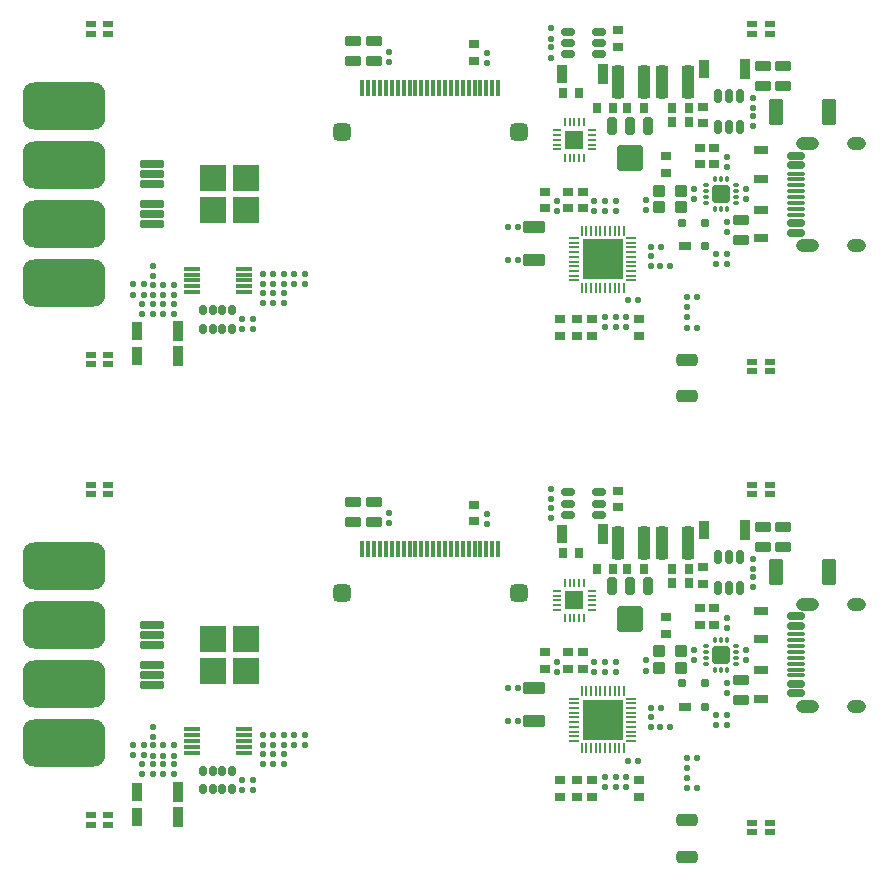
<source format=gtp>
G04*
G04 #@! TF.GenerationSoftware,Altium Limited,Altium Designer,21.3.2 (30)*
G04*
G04 Layer_Color=8421504*
%FSLAX43Y43*%
%MOMM*%
G71*
G04*
G04 #@! TF.SameCoordinates,034B25BC-4B64-4F1D-819B-79BBDF65C54F*
G04*
G04*
G04 #@! TF.FilePolarity,Positive*
G04*
G01*
G75*
G04:AMPARAMS|DCode=10|XSize=0.9mm|YSize=0.75mm|CornerRadius=0.094mm|HoleSize=0mm|Usage=FLASHONLY|Rotation=0.000|XOffset=0mm|YOffset=0mm|HoleType=Round|Shape=RoundedRectangle|*
%AMROUNDEDRECTD10*
21,1,0.900,0.563,0,0,0.0*
21,1,0.713,0.750,0,0,0.0*
1,1,0.188,0.356,-0.281*
1,1,0.188,-0.356,-0.281*
1,1,0.188,-0.356,0.281*
1,1,0.188,0.356,0.281*
%
%ADD10ROUNDEDRECTD10*%
G04:AMPARAMS|DCode=11|XSize=0.8mm|YSize=1.5mm|CornerRadius=0.2mm|HoleSize=0mm|Usage=FLASHONLY|Rotation=0.000|XOffset=0mm|YOffset=0mm|HoleType=Round|Shape=RoundedRectangle|*
%AMROUNDEDRECTD11*
21,1,0.800,1.100,0,0,0.0*
21,1,0.400,1.500,0,0,0.0*
1,1,0.400,0.200,-0.550*
1,1,0.400,-0.200,-0.550*
1,1,0.400,-0.200,0.550*
1,1,0.400,0.200,0.550*
%
%ADD11ROUNDEDRECTD11*%
G04:AMPARAMS|DCode=12|XSize=2.2mm|YSize=2.2mm|CornerRadius=0.275mm|HoleSize=0mm|Usage=FLASHONLY|Rotation=90.000|XOffset=0mm|YOffset=0mm|HoleType=Round|Shape=RoundedRectangle|*
%AMROUNDEDRECTD12*
21,1,2.200,1.650,0,0,90.0*
21,1,1.650,2.200,0,0,90.0*
1,1,0.550,0.825,0.825*
1,1,0.550,0.825,-0.825*
1,1,0.550,-0.825,-0.825*
1,1,0.550,-0.825,0.825*
%
%ADD12ROUNDEDRECTD12*%
G04:AMPARAMS|DCode=13|XSize=0.47mm|YSize=0.52mm|CornerRadius=0.059mm|HoleSize=0mm|Usage=FLASHONLY|Rotation=270.000|XOffset=0mm|YOffset=0mm|HoleType=Round|Shape=RoundedRectangle|*
%AMROUNDEDRECTD13*
21,1,0.470,0.403,0,0,270.0*
21,1,0.353,0.520,0,0,270.0*
1,1,0.118,-0.201,-0.176*
1,1,0.118,-0.201,0.176*
1,1,0.118,0.201,0.176*
1,1,0.118,0.201,-0.176*
%
%ADD13ROUNDEDRECTD13*%
%ADD14O,0.850X0.220*%
%ADD15O,0.220X0.850*%
%ADD16R,3.500X3.500*%
G04:AMPARAMS|DCode=17|XSize=0.7mm|YSize=0.6mm|CornerRadius=0.075mm|HoleSize=0mm|Usage=FLASHONLY|Rotation=90.000|XOffset=0mm|YOffset=0mm|HoleType=Round|Shape=RoundedRectangle|*
%AMROUNDEDRECTD17*
21,1,0.700,0.450,0,0,90.0*
21,1,0.550,0.600,0,0,90.0*
1,1,0.150,0.225,0.275*
1,1,0.150,0.225,-0.275*
1,1,0.150,-0.225,-0.275*
1,1,0.150,-0.225,0.275*
%
%ADD17ROUNDEDRECTD17*%
G04:AMPARAMS|DCode=18|XSize=1mm|YSize=0.7mm|CornerRadius=0.088mm|HoleSize=0mm|Usage=FLASHONLY|Rotation=0.000|XOffset=0mm|YOffset=0mm|HoleType=Round|Shape=RoundedRectangle|*
%AMROUNDEDRECTD18*
21,1,1.000,0.525,0,0,0.0*
21,1,0.825,0.700,0,0,0.0*
1,1,0.175,0.413,-0.263*
1,1,0.175,-0.413,-0.263*
1,1,0.175,-0.413,0.263*
1,1,0.175,0.413,0.263*
%
%ADD18ROUNDEDRECTD18*%
G04:AMPARAMS|DCode=19|XSize=0.35mm|YSize=1.4mm|CornerRadius=0.088mm|HoleSize=0mm|Usage=FLASHONLY|Rotation=180.000|XOffset=0mm|YOffset=0mm|HoleType=Round|Shape=RoundedRectangle|*
%AMROUNDEDRECTD19*
21,1,0.350,1.225,0,0,180.0*
21,1,0.175,1.400,0,0,180.0*
1,1,0.175,-0.088,0.613*
1,1,0.175,0.088,0.613*
1,1,0.175,0.088,-0.613*
1,1,0.175,-0.088,-0.613*
%
%ADD19ROUNDEDRECTD19*%
G04:AMPARAMS|DCode=20|XSize=1.5mm|YSize=1.5mm|CornerRadius=0.375mm|HoleSize=0mm|Usage=FLASHONLY|Rotation=90.000|XOffset=0mm|YOffset=0mm|HoleType=Round|Shape=RoundedRectangle|*
%AMROUNDEDRECTD20*
21,1,1.500,0.750,0,0,90.0*
21,1,0.750,1.500,0,0,90.0*
1,1,0.750,0.375,0.375*
1,1,0.750,0.375,-0.375*
1,1,0.750,-0.375,-0.375*
1,1,0.750,-0.375,0.375*
%
%ADD20ROUNDEDRECTD20*%
G04:AMPARAMS|DCode=21|XSize=1.2mm|YSize=2.2mm|CornerRadius=0.15mm|HoleSize=0mm|Usage=FLASHONLY|Rotation=180.000|XOffset=0mm|YOffset=0mm|HoleType=Round|Shape=RoundedRectangle|*
%AMROUNDEDRECTD21*
21,1,1.200,1.900,0,0,180.0*
21,1,0.900,2.200,0,0,180.0*
1,1,0.300,-0.450,0.950*
1,1,0.300,0.450,0.950*
1,1,0.300,0.450,-0.950*
1,1,0.300,-0.450,-0.950*
%
%ADD21ROUNDEDRECTD21*%
G04:AMPARAMS|DCode=22|XSize=0.35mm|YSize=1.4mm|CornerRadius=0.088mm|HoleSize=0mm|Usage=FLASHONLY|Rotation=90.000|XOffset=0mm|YOffset=0mm|HoleType=Round|Shape=RoundedRectangle|*
%AMROUNDEDRECTD22*
21,1,0.350,1.225,0,0,90.0*
21,1,0.175,1.400,0,0,90.0*
1,1,0.175,0.613,0.088*
1,1,0.175,0.613,-0.088*
1,1,0.175,-0.613,-0.088*
1,1,0.175,-0.613,0.088*
%
%ADD22ROUNDEDRECTD22*%
G04:AMPARAMS|DCode=23|XSize=0.6mm|YSize=0.8mm|CornerRadius=0.15mm|HoleSize=0mm|Usage=FLASHONLY|Rotation=0.000|XOffset=0mm|YOffset=0mm|HoleType=Round|Shape=RoundedRectangle|*
%AMROUNDEDRECTD23*
21,1,0.600,0.500,0,0,0.0*
21,1,0.300,0.800,0,0,0.0*
1,1,0.300,0.150,-0.250*
1,1,0.300,-0.150,-0.250*
1,1,0.300,-0.150,0.250*
1,1,0.300,0.150,0.250*
%
%ADD23ROUNDEDRECTD23*%
G04:AMPARAMS|DCode=24|XSize=0.47mm|YSize=0.52mm|CornerRadius=0.059mm|HoleSize=0mm|Usage=FLASHONLY|Rotation=180.000|XOffset=0mm|YOffset=0mm|HoleType=Round|Shape=RoundedRectangle|*
%AMROUNDEDRECTD24*
21,1,0.470,0.403,0,0,180.0*
21,1,0.353,0.520,0,0,180.0*
1,1,0.118,-0.176,0.201*
1,1,0.118,0.176,0.201*
1,1,0.118,0.176,-0.201*
1,1,0.118,-0.176,-0.201*
%
%ADD24ROUNDEDRECTD24*%
G04:AMPARAMS|DCode=25|XSize=0.91mm|YSize=1.6mm|CornerRadius=0.114mm|HoleSize=0mm|Usage=FLASHONLY|Rotation=180.000|XOffset=0mm|YOffset=0mm|HoleType=Round|Shape=RoundedRectangle|*
%AMROUNDEDRECTD25*
21,1,0.910,1.373,0,0,180.0*
21,1,0.683,1.600,0,0,180.0*
1,1,0.228,-0.341,0.686*
1,1,0.228,0.341,0.686*
1,1,0.228,0.341,-0.686*
1,1,0.228,-0.341,-0.686*
%
%ADD25ROUNDEDRECTD25*%
G04:AMPARAMS|DCode=26|XSize=0.9mm|YSize=1.7mm|CornerRadius=0.113mm|HoleSize=0mm|Usage=FLASHONLY|Rotation=180.000|XOffset=0mm|YOffset=0mm|HoleType=Round|Shape=RoundedRectangle|*
%AMROUNDEDRECTD26*
21,1,0.900,1.475,0,0,180.0*
21,1,0.675,1.700,0,0,180.0*
1,1,0.225,-0.338,0.738*
1,1,0.225,0.338,0.738*
1,1,0.225,0.338,-0.738*
1,1,0.225,-0.338,-0.738*
%
%ADD26ROUNDEDRECTD26*%
G04:AMPARAMS|DCode=27|XSize=1.1mm|YSize=1.8mm|CornerRadius=0.138mm|HoleSize=0mm|Usage=FLASHONLY|Rotation=90.000|XOffset=0mm|YOffset=0mm|HoleType=Round|Shape=RoundedRectangle|*
%AMROUNDEDRECTD27*
21,1,1.100,1.525,0,0,90.0*
21,1,0.825,1.800,0,0,90.0*
1,1,0.275,0.763,0.413*
1,1,0.275,0.763,-0.413*
1,1,0.275,-0.763,-0.413*
1,1,0.275,-0.763,0.413*
%
%ADD27ROUNDEDRECTD27*%
G04:AMPARAMS|DCode=28|XSize=1mm|YSize=1mm|CornerRadius=0.125mm|HoleSize=0mm|Usage=FLASHONLY|Rotation=0.000|XOffset=0mm|YOffset=0mm|HoleType=Round|Shape=RoundedRectangle|*
%AMROUNDEDRECTD28*
21,1,1.000,0.750,0,0,0.0*
21,1,0.750,1.000,0,0,0.0*
1,1,0.250,0.375,-0.375*
1,1,0.250,-0.375,-0.375*
1,1,0.250,-0.375,0.375*
1,1,0.250,0.375,0.375*
%
%ADD28ROUNDEDRECTD28*%
G04:AMPARAMS|DCode=29|XSize=1.8mm|YSize=1mm|CornerRadius=0.25mm|HoleSize=0mm|Usage=FLASHONLY|Rotation=180.000|XOffset=0mm|YOffset=0mm|HoleType=Round|Shape=RoundedRectangle|*
%AMROUNDEDRECTD29*
21,1,1.800,0.500,0,0,180.0*
21,1,1.300,1.000,0,0,180.0*
1,1,0.500,-0.650,0.250*
1,1,0.500,0.650,0.250*
1,1,0.500,0.650,-0.250*
1,1,0.500,-0.650,-0.250*
%
%ADD29ROUNDEDRECTD29*%
G04:AMPARAMS|DCode=30|XSize=0.9mm|YSize=0.75mm|CornerRadius=0.094mm|HoleSize=0mm|Usage=FLASHONLY|Rotation=90.000|XOffset=0mm|YOffset=0mm|HoleType=Round|Shape=RoundedRectangle|*
%AMROUNDEDRECTD30*
21,1,0.900,0.563,0,0,90.0*
21,1,0.713,0.750,0,0,90.0*
1,1,0.188,0.281,0.356*
1,1,0.188,0.281,-0.356*
1,1,0.188,-0.281,-0.356*
1,1,0.188,-0.281,0.356*
%
%ADD30ROUNDEDRECTD30*%
G04:AMPARAMS|DCode=31|XSize=2.8mm|YSize=1.1mm|CornerRadius=0.275mm|HoleSize=0mm|Usage=FLASHONLY|Rotation=90.000|XOffset=0mm|YOffset=0mm|HoleType=Round|Shape=RoundedRectangle|*
%AMROUNDEDRECTD31*
21,1,2.800,0.550,0,0,90.0*
21,1,2.250,1.100,0,0,90.0*
1,1,0.550,0.275,1.125*
1,1,0.550,0.275,-1.125*
1,1,0.550,-0.275,-1.125*
1,1,0.550,-0.275,1.125*
%
%ADD31ROUNDEDRECTD31*%
G04:AMPARAMS|DCode=32|XSize=1.45mm|YSize=0.6mm|CornerRadius=0.15mm|HoleSize=0mm|Usage=FLASHONLY|Rotation=180.000|XOffset=0mm|YOffset=0mm|HoleType=Round|Shape=RoundedRectangle|*
%AMROUNDEDRECTD32*
21,1,1.450,0.300,0,0,180.0*
21,1,1.150,0.600,0,0,180.0*
1,1,0.300,-0.575,0.150*
1,1,0.300,0.575,0.150*
1,1,0.300,0.575,-0.150*
1,1,0.300,-0.575,-0.150*
%
%ADD32ROUNDEDRECTD32*%
G04:AMPARAMS|DCode=33|XSize=0.35mm|YSize=1.45mm|CornerRadius=0.088mm|HoleSize=0mm|Usage=FLASHONLY|Rotation=90.000|XOffset=0mm|YOffset=0mm|HoleType=Round|Shape=RoundedRectangle|*
%AMROUNDEDRECTD33*
21,1,0.350,1.275,0,0,90.0*
21,1,0.175,1.450,0,0,90.0*
1,1,0.175,0.638,0.088*
1,1,0.175,0.638,-0.088*
1,1,0.175,-0.638,-0.088*
1,1,0.175,-0.638,0.088*
%
%ADD33ROUNDEDRECTD33*%
G04:AMPARAMS|DCode=34|XSize=0.7mm|YSize=1.2mm|CornerRadius=0.088mm|HoleSize=0mm|Usage=FLASHONLY|Rotation=270.000|XOffset=0mm|YOffset=0mm|HoleType=Round|Shape=RoundedRectangle|*
%AMROUNDEDRECTD34*
21,1,0.700,1.025,0,0,270.0*
21,1,0.525,1.200,0,0,270.0*
1,1,0.175,-0.513,-0.263*
1,1,0.175,-0.513,0.263*
1,1,0.175,0.513,0.263*
1,1,0.175,0.513,-0.263*
%
%ADD34ROUNDEDRECTD34*%
G04:AMPARAMS|DCode=35|XSize=1.45mm|YSize=1.45mm|CornerRadius=0.109mm|HoleSize=0mm|Usage=FLASHONLY|Rotation=180.000|XOffset=0mm|YOffset=0mm|HoleType=Round|Shape=RoundedRectangle|*
%AMROUNDEDRECTD35*
21,1,1.450,1.233,0,0,180.0*
21,1,1.233,1.450,0,0,180.0*
1,1,0.217,-0.616,0.616*
1,1,0.217,0.616,0.616*
1,1,0.217,0.616,-0.616*
1,1,0.217,-0.616,-0.616*
%
%ADD35ROUNDEDRECTD35*%
G04:AMPARAMS|DCode=36|XSize=0.3mm|YSize=0.5mm|CornerRadius=0.075mm|HoleSize=0mm|Usage=FLASHONLY|Rotation=180.000|XOffset=0mm|YOffset=0mm|HoleType=Round|Shape=RoundedRectangle|*
%AMROUNDEDRECTD36*
21,1,0.300,0.350,0,0,180.0*
21,1,0.150,0.500,0,0,180.0*
1,1,0.150,-0.075,0.175*
1,1,0.150,0.075,0.175*
1,1,0.150,0.075,-0.175*
1,1,0.150,-0.075,-0.175*
%
%ADD36ROUNDEDRECTD36*%
G04:AMPARAMS|DCode=37|XSize=0.3mm|YSize=0.5mm|CornerRadius=0.075mm|HoleSize=0mm|Usage=FLASHONLY|Rotation=270.000|XOffset=0mm|YOffset=0mm|HoleType=Round|Shape=RoundedRectangle|*
%AMROUNDEDRECTD37*
21,1,0.300,0.350,0,0,270.0*
21,1,0.150,0.500,0,0,270.0*
1,1,0.150,-0.175,-0.075*
1,1,0.150,-0.175,0.075*
1,1,0.150,0.175,0.075*
1,1,0.150,0.175,-0.075*
%
%ADD37ROUNDEDRECTD37*%
G04:AMPARAMS|DCode=38|XSize=0.65mm|YSize=2mm|CornerRadius=0.13mm|HoleSize=0mm|Usage=FLASHONLY|Rotation=270.000|XOffset=0mm|YOffset=0mm|HoleType=Round|Shape=RoundedRectangle|*
%AMROUNDEDRECTD38*
21,1,0.650,1.740,0,0,270.0*
21,1,0.390,2.000,0,0,270.0*
1,1,0.260,-0.870,-0.195*
1,1,0.260,-0.870,0.195*
1,1,0.260,0.870,0.195*
1,1,0.260,0.870,-0.195*
%
%ADD38ROUNDEDRECTD38*%
G04:AMPARAMS|DCode=40|XSize=4mm|YSize=7mm|CornerRadius=1mm|HoleSize=0mm|Usage=FLASHONLY|Rotation=270.000|XOffset=0mm|YOffset=0mm|HoleType=Round|Shape=RoundedRectangle|*
%AMROUNDEDRECTD40*
21,1,4.000,5.000,0,0,270.0*
21,1,2.000,7.000,0,0,270.0*
1,1,2.000,-2.500,-1.000*
1,1,2.000,-2.500,1.000*
1,1,2.000,2.500,1.000*
1,1,2.000,2.500,-1.000*
%
%ADD40ROUNDEDRECTD40*%
G04:AMPARAMS|DCode=41|XSize=1.3mm|YSize=0.8mm|CornerRadius=0.1mm|HoleSize=0mm|Usage=FLASHONLY|Rotation=180.000|XOffset=0mm|YOffset=0mm|HoleType=Round|Shape=RoundedRectangle|*
%AMROUNDEDRECTD41*
21,1,1.300,0.600,0,0,180.0*
21,1,1.100,0.800,0,0,180.0*
1,1,0.200,-0.550,0.300*
1,1,0.200,0.550,0.300*
1,1,0.200,0.550,-0.300*
1,1,0.200,-0.550,-0.300*
%
%ADD41ROUNDEDRECTD41*%
G04:AMPARAMS|DCode=42|XSize=0.6mm|YSize=1.2mm|CornerRadius=0.15mm|HoleSize=0mm|Usage=FLASHONLY|Rotation=180.000|XOffset=0mm|YOffset=0mm|HoleType=Round|Shape=RoundedRectangle|*
%AMROUNDEDRECTD42*
21,1,0.600,0.900,0,0,180.0*
21,1,0.300,1.200,0,0,180.0*
1,1,0.300,-0.150,0.450*
1,1,0.300,0.150,0.450*
1,1,0.300,0.150,-0.450*
1,1,0.300,-0.150,-0.450*
%
%ADD42ROUNDEDRECTD42*%
G04:AMPARAMS|DCode=43|XSize=0.6mm|YSize=1.2mm|CornerRadius=0.15mm|HoleSize=0mm|Usage=FLASHONLY|Rotation=90.000|XOffset=0mm|YOffset=0mm|HoleType=Round|Shape=RoundedRectangle|*
%AMROUNDEDRECTD43*
21,1,0.600,0.900,0,0,90.0*
21,1,0.300,1.200,0,0,90.0*
1,1,0.300,0.450,0.150*
1,1,0.300,0.450,-0.150*
1,1,0.300,-0.450,-0.150*
1,1,0.300,-0.450,0.150*
%
%ADD43ROUNDEDRECTD43*%
%ADD44R,0.850X0.500*%
%ADD45R,1.650X1.650*%
%ADD46O,0.250X0.700*%
%ADD47O,0.700X0.250*%
%ADD94C,1.100*%
%ADD95R,2.250X2.250*%
%ADD96R,2.250X2.250*%
%ADD97R,2.250X2.250*%
D10*
X62500Y24800D02*
D03*
Y26200D02*
D03*
X58400Y36900D02*
D03*
Y35500D02*
D03*
X55400Y23200D02*
D03*
Y21800D02*
D03*
X54200Y23200D02*
D03*
Y21800D02*
D03*
X53500Y11000D02*
D03*
Y12400D02*
D03*
X54900Y11000D02*
D03*
Y12400D02*
D03*
X56200Y11000D02*
D03*
Y12400D02*
D03*
X60200Y11000D02*
D03*
Y12400D02*
D03*
X52200Y23200D02*
D03*
Y21800D02*
D03*
X65300Y26950D02*
D03*
Y25550D02*
D03*
X66550Y26950D02*
D03*
Y25550D02*
D03*
X65600Y30400D02*
D03*
Y29000D02*
D03*
X46200Y34300D02*
D03*
Y35700D02*
D03*
X62500Y63800D02*
D03*
Y65200D02*
D03*
X58400Y75900D02*
D03*
Y74500D02*
D03*
X55400Y62200D02*
D03*
Y60800D02*
D03*
X54200Y62200D02*
D03*
Y60800D02*
D03*
X53500Y50000D02*
D03*
Y51400D02*
D03*
X54900Y50000D02*
D03*
Y51400D02*
D03*
X56200Y50000D02*
D03*
Y51400D02*
D03*
X60200Y50000D02*
D03*
Y51400D02*
D03*
X52200Y62200D02*
D03*
Y60800D02*
D03*
X65300Y65950D02*
D03*
Y64550D02*
D03*
X66550Y65950D02*
D03*
Y64550D02*
D03*
X65600Y69400D02*
D03*
Y68000D02*
D03*
X46200Y73300D02*
D03*
Y74700D02*
D03*
D11*
X60900Y28800D02*
D03*
X57900D02*
D03*
X59400D02*
D03*
X60900Y67800D02*
D03*
X57900D02*
D03*
X59400D02*
D03*
D12*
Y26050D02*
D03*
Y65050D02*
D03*
D13*
X66700Y17070D02*
D03*
Y17930D02*
D03*
X67600Y17070D02*
D03*
Y17930D02*
D03*
X59100Y11770D02*
D03*
Y12630D02*
D03*
X20800Y14470D02*
D03*
Y15330D02*
D03*
X19900Y14470D02*
D03*
Y15330D02*
D03*
X19900Y12870D02*
D03*
Y13730D02*
D03*
X20800Y12870D02*
D03*
Y13730D02*
D03*
X26600Y11570D02*
D03*
Y12430D02*
D03*
X18100Y13730D02*
D03*
Y12870D02*
D03*
X19000D02*
D03*
Y13730D02*
D03*
X19000Y14470D02*
D03*
Y15330D02*
D03*
X19000Y16070D02*
D03*
Y16930D02*
D03*
X30100Y15370D02*
D03*
Y16230D02*
D03*
X31000Y15370D02*
D03*
Y16230D02*
D03*
X30100Y14630D02*
D03*
Y13770D02*
D03*
X31900Y16230D02*
D03*
Y15370D02*
D03*
X28300Y14630D02*
D03*
Y13770D02*
D03*
X29200Y14630D02*
D03*
Y13770D02*
D03*
X28300Y16230D02*
D03*
Y15370D02*
D03*
X27500Y11570D02*
D03*
Y12430D02*
D03*
X29200Y16230D02*
D03*
Y15370D02*
D03*
X57300Y11770D02*
D03*
Y12630D02*
D03*
X53200Y22430D02*
D03*
Y21570D02*
D03*
X61200Y17760D02*
D03*
Y16900D02*
D03*
X60800Y21670D02*
D03*
Y22530D02*
D03*
X58200Y22430D02*
D03*
Y21570D02*
D03*
X57300Y22430D02*
D03*
Y21570D02*
D03*
X56400D02*
D03*
Y22430D02*
D03*
X64800Y23430D02*
D03*
Y22570D02*
D03*
X64250Y13430D02*
D03*
Y12570D02*
D03*
X52700Y36170D02*
D03*
Y37030D02*
D03*
Y35430D02*
D03*
Y34570D02*
D03*
X67600Y19770D02*
D03*
Y20630D02*
D03*
Y26130D02*
D03*
Y25270D02*
D03*
X69200Y23430D02*
D03*
Y22570D02*
D03*
X58200Y11770D02*
D03*
Y12630D02*
D03*
X69800Y30270D02*
D03*
Y31130D02*
D03*
Y28770D02*
D03*
Y29630D02*
D03*
X47300Y34070D02*
D03*
Y34930D02*
D03*
X39000Y35030D02*
D03*
Y34170D02*
D03*
X66700Y56070D02*
D03*
Y56930D02*
D03*
X67600Y56070D02*
D03*
Y56930D02*
D03*
X59100Y50770D02*
D03*
Y51630D02*
D03*
X20800Y53470D02*
D03*
Y54330D02*
D03*
X19900Y53470D02*
D03*
Y54330D02*
D03*
X19900Y51870D02*
D03*
Y52730D02*
D03*
X20800Y51870D02*
D03*
Y52730D02*
D03*
X26600Y50570D02*
D03*
Y51430D02*
D03*
X18100Y52730D02*
D03*
Y51870D02*
D03*
X19000D02*
D03*
Y52730D02*
D03*
X19000Y53470D02*
D03*
Y54330D02*
D03*
X19000Y55070D02*
D03*
Y55930D02*
D03*
X30100Y54370D02*
D03*
Y55230D02*
D03*
X31000Y54370D02*
D03*
Y55230D02*
D03*
X30100Y53630D02*
D03*
Y52770D02*
D03*
X31900Y55230D02*
D03*
Y54370D02*
D03*
X28300Y53630D02*
D03*
Y52770D02*
D03*
X29200Y53630D02*
D03*
Y52770D02*
D03*
X28300Y55230D02*
D03*
Y54370D02*
D03*
X27500Y50570D02*
D03*
Y51430D02*
D03*
X29200Y55230D02*
D03*
Y54370D02*
D03*
X57300Y50770D02*
D03*
Y51630D02*
D03*
X53200Y61430D02*
D03*
Y60570D02*
D03*
X61200Y56760D02*
D03*
Y55900D02*
D03*
X60800Y60670D02*
D03*
Y61530D02*
D03*
X58200Y61430D02*
D03*
Y60570D02*
D03*
X57300Y61430D02*
D03*
Y60570D02*
D03*
X56400D02*
D03*
Y61430D02*
D03*
X64800Y62430D02*
D03*
Y61570D02*
D03*
X64250Y52430D02*
D03*
Y51570D02*
D03*
X52700Y75170D02*
D03*
Y76030D02*
D03*
Y74430D02*
D03*
Y73570D02*
D03*
X67600Y58770D02*
D03*
Y59630D02*
D03*
Y65130D02*
D03*
Y64270D02*
D03*
X69200Y62430D02*
D03*
Y61570D02*
D03*
X58200Y50770D02*
D03*
Y51630D02*
D03*
X69800Y69270D02*
D03*
Y70130D02*
D03*
Y67770D02*
D03*
Y68630D02*
D03*
X47300Y73070D02*
D03*
Y73930D02*
D03*
X39000Y74030D02*
D03*
Y73170D02*
D03*
D14*
X54711Y19300D02*
D03*
Y18900D02*
D03*
Y18500D02*
D03*
Y17300D02*
D03*
Y16500D02*
D03*
Y16100D02*
D03*
Y15700D02*
D03*
X59511D02*
D03*
Y16900D02*
D03*
Y17300D02*
D03*
Y17700D02*
D03*
Y18100D02*
D03*
Y18500D02*
D03*
Y18900D02*
D03*
Y19300D02*
D03*
Y16500D02*
D03*
Y16100D02*
D03*
X54711Y16900D02*
D03*
Y17700D02*
D03*
Y18100D02*
D03*
Y58300D02*
D03*
Y57900D02*
D03*
Y57500D02*
D03*
Y56300D02*
D03*
Y55500D02*
D03*
Y55100D02*
D03*
Y54700D02*
D03*
X59511D02*
D03*
Y55900D02*
D03*
Y56300D02*
D03*
Y56700D02*
D03*
Y57100D02*
D03*
Y57500D02*
D03*
Y57900D02*
D03*
Y58300D02*
D03*
Y55500D02*
D03*
Y55100D02*
D03*
X54711Y55900D02*
D03*
Y56700D02*
D03*
Y57100D02*
D03*
D15*
X55311Y15100D02*
D03*
X55711D02*
D03*
X56111D02*
D03*
X57311D02*
D03*
X58111D02*
D03*
X58511D02*
D03*
X58911D02*
D03*
X57311Y19900D02*
D03*
X56911D02*
D03*
X56511D02*
D03*
X56111D02*
D03*
X55711D02*
D03*
X55311D02*
D03*
X57711D02*
D03*
X58111D02*
D03*
X58511D02*
D03*
X58911D02*
D03*
X57711Y15100D02*
D03*
X56911D02*
D03*
X56511D02*
D03*
X55311Y54100D02*
D03*
X55711D02*
D03*
X56111D02*
D03*
X57311D02*
D03*
X58111D02*
D03*
X58511D02*
D03*
X58911D02*
D03*
X57311Y58900D02*
D03*
X56911D02*
D03*
X56511D02*
D03*
X56111D02*
D03*
X55711D02*
D03*
X55311D02*
D03*
X57711D02*
D03*
X58111D02*
D03*
X58511D02*
D03*
X58911D02*
D03*
X57711Y54100D02*
D03*
X56911D02*
D03*
X56511D02*
D03*
D16*
X57111Y17500D02*
D03*
Y56500D02*
D03*
D17*
X65750Y18600D02*
D03*
Y20600D02*
D03*
X63850D02*
D03*
X65750Y57600D02*
D03*
Y59600D02*
D03*
X63850D02*
D03*
D18*
X64050Y18600D02*
D03*
Y57600D02*
D03*
D19*
X36750Y32000D02*
D03*
X37250D02*
D03*
X37750D02*
D03*
X38250D02*
D03*
X38750D02*
D03*
X39250D02*
D03*
X39750D02*
D03*
X40250D02*
D03*
X40750D02*
D03*
X41250D02*
D03*
X41750D02*
D03*
X42250D02*
D03*
X42750D02*
D03*
X43250D02*
D03*
X43750D02*
D03*
X44250D02*
D03*
X44750D02*
D03*
X45250D02*
D03*
X45750D02*
D03*
X46250D02*
D03*
X46750D02*
D03*
X47250D02*
D03*
X47750D02*
D03*
X48250D02*
D03*
X36750Y71000D02*
D03*
X37250D02*
D03*
X37750D02*
D03*
X38250D02*
D03*
X38750D02*
D03*
X39250D02*
D03*
X39750D02*
D03*
X40250D02*
D03*
X40750D02*
D03*
X41250D02*
D03*
X41750D02*
D03*
X42250D02*
D03*
X42750D02*
D03*
X43250D02*
D03*
X43750D02*
D03*
X44250D02*
D03*
X44750D02*
D03*
X45250D02*
D03*
X45750D02*
D03*
X46250D02*
D03*
X46750D02*
D03*
X47250D02*
D03*
X47750D02*
D03*
X48250D02*
D03*
D20*
X35000Y28250D02*
D03*
X50000D02*
D03*
X35000Y67250D02*
D03*
X50000D02*
D03*
D21*
X76250Y30000D02*
D03*
X71750D02*
D03*
X76250Y69000D02*
D03*
X71750D02*
D03*
D22*
X22300Y16700D02*
D03*
Y16200D02*
D03*
Y15700D02*
D03*
Y15200D02*
D03*
Y14700D02*
D03*
X26700D02*
D03*
Y15200D02*
D03*
Y15700D02*
D03*
Y16200D02*
D03*
Y16700D02*
D03*
X22300Y55700D02*
D03*
Y55200D02*
D03*
Y54700D02*
D03*
Y54200D02*
D03*
Y53700D02*
D03*
X26700D02*
D03*
Y54200D02*
D03*
Y54700D02*
D03*
Y55200D02*
D03*
Y55700D02*
D03*
D23*
X24100Y11600D02*
D03*
X24900D02*
D03*
X23300D02*
D03*
X25700D02*
D03*
Y13200D02*
D03*
X24900D02*
D03*
X24100D02*
D03*
X23300D02*
D03*
X24100Y50600D02*
D03*
X24900D02*
D03*
X23300D02*
D03*
X25700D02*
D03*
Y52200D02*
D03*
X24900D02*
D03*
X24100D02*
D03*
X23300D02*
D03*
D24*
X17370Y14500D02*
D03*
X18230D02*
D03*
X17370Y15400D02*
D03*
X18230D02*
D03*
X49905Y17400D02*
D03*
X49045D02*
D03*
X49905Y20200D02*
D03*
X49045D02*
D03*
X62030Y18500D02*
D03*
X61170D02*
D03*
X59270Y14000D02*
D03*
X60130D02*
D03*
X61978Y16887D02*
D03*
X62838D02*
D03*
X64250Y11700D02*
D03*
X65110D02*
D03*
Y14300D02*
D03*
X64250D02*
D03*
X17370Y53500D02*
D03*
X18230D02*
D03*
X17370Y54400D02*
D03*
X18230D02*
D03*
X49905Y56400D02*
D03*
X49045D02*
D03*
X49905Y59200D02*
D03*
X49045D02*
D03*
X62030Y57500D02*
D03*
X61170D02*
D03*
X59270Y53000D02*
D03*
X60130D02*
D03*
X61978Y55887D02*
D03*
X62838D02*
D03*
X64250Y50700D02*
D03*
X65110D02*
D03*
Y53300D02*
D03*
X64250D02*
D03*
D25*
X17650Y11400D02*
D03*
Y9300D02*
D03*
X53650Y33200D02*
D03*
X65650Y33600D02*
D03*
X17650Y50400D02*
D03*
Y48300D02*
D03*
X53650Y72200D02*
D03*
X65650Y72600D02*
D03*
D26*
X21150Y11400D02*
D03*
Y9300D02*
D03*
X57150Y33200D02*
D03*
X69150Y33600D02*
D03*
X21150Y50400D02*
D03*
Y48300D02*
D03*
X57150Y72200D02*
D03*
X69150Y72600D02*
D03*
D27*
X51275Y17400D02*
D03*
Y20200D02*
D03*
Y56400D02*
D03*
Y59200D02*
D03*
D28*
X63700Y21900D02*
D03*
X61900Y23300D02*
D03*
Y21900D02*
D03*
X63700Y23300D02*
D03*
Y60900D02*
D03*
X61900Y62300D02*
D03*
Y60900D02*
D03*
X63700Y62300D02*
D03*
D29*
X64250Y9000D02*
D03*
Y5900D02*
D03*
Y48000D02*
D03*
Y44900D02*
D03*
D30*
X55100Y31600D02*
D03*
X53700D02*
D03*
X63000Y30300D02*
D03*
X64400D02*
D03*
X63000Y29100D02*
D03*
X64400D02*
D03*
X56600Y30300D02*
D03*
X58000D02*
D03*
X60600D02*
D03*
X59200D02*
D03*
X55100Y70600D02*
D03*
X53700D02*
D03*
X63000Y69300D02*
D03*
X64400D02*
D03*
X63000Y68100D02*
D03*
X64400D02*
D03*
X56600Y69300D02*
D03*
X58000D02*
D03*
X60600D02*
D03*
X59200D02*
D03*
D31*
X60600Y32500D02*
D03*
X58400D02*
D03*
X62100Y32500D02*
D03*
X64300D02*
D03*
X60600Y71500D02*
D03*
X58400D02*
D03*
X62100Y71500D02*
D03*
X64300D02*
D03*
D32*
X73450Y26250D02*
D03*
Y25450D02*
D03*
Y20550D02*
D03*
Y19750D02*
D03*
Y65250D02*
D03*
Y64450D02*
D03*
Y59550D02*
D03*
Y58750D02*
D03*
D33*
Y22750D02*
D03*
Y23250D02*
D03*
Y23750D02*
D03*
Y24250D02*
D03*
Y24750D02*
D03*
Y22250D02*
D03*
Y21750D02*
D03*
Y21250D02*
D03*
Y61750D02*
D03*
Y62250D02*
D03*
Y62750D02*
D03*
Y63250D02*
D03*
Y63750D02*
D03*
Y61250D02*
D03*
Y60750D02*
D03*
Y60250D02*
D03*
D34*
X70500Y24300D02*
D03*
Y26700D02*
D03*
Y21700D02*
D03*
Y19300D02*
D03*
Y63300D02*
D03*
Y65700D02*
D03*
Y60700D02*
D03*
Y58300D02*
D03*
D35*
X67100Y23000D02*
D03*
Y62000D02*
D03*
D36*
X67600Y24250D02*
D03*
Y21750D02*
D03*
X67100D02*
D03*
X66600D02*
D03*
Y24250D02*
D03*
X67100D02*
D03*
X67600Y63250D02*
D03*
Y60750D02*
D03*
X67100D02*
D03*
X66600D02*
D03*
Y63250D02*
D03*
X67100D02*
D03*
D37*
X68350Y23750D02*
D03*
Y23250D02*
D03*
Y22750D02*
D03*
Y22250D02*
D03*
X65850D02*
D03*
Y22750D02*
D03*
Y23250D02*
D03*
Y23750D02*
D03*
X68350Y62750D02*
D03*
Y62250D02*
D03*
Y61750D02*
D03*
Y61250D02*
D03*
X65850D02*
D03*
Y61750D02*
D03*
Y62250D02*
D03*
Y62750D02*
D03*
D38*
X18950Y20450D02*
D03*
Y21300D02*
D03*
Y22150D02*
D03*
Y23850D02*
D03*
Y24700D02*
D03*
Y25550D02*
D03*
Y59450D02*
D03*
Y60300D02*
D03*
Y61150D02*
D03*
Y62850D02*
D03*
Y63700D02*
D03*
Y64550D02*
D03*
D40*
X11500Y30500D02*
D03*
Y25500D02*
D03*
Y15500D02*
D03*
Y20500D02*
D03*
Y69500D02*
D03*
Y64500D02*
D03*
Y54500D02*
D03*
Y59500D02*
D03*
D41*
X72375Y33859D02*
D03*
Y32159D02*
D03*
X70675Y33859D02*
D03*
Y32159D02*
D03*
X68800Y20850D02*
D03*
Y19150D02*
D03*
X37700Y35950D02*
D03*
Y34250D02*
D03*
X36000Y35950D02*
D03*
Y34250D02*
D03*
X72375Y72859D02*
D03*
Y71159D02*
D03*
X70675Y72859D02*
D03*
Y71159D02*
D03*
X68800Y59850D02*
D03*
Y58150D02*
D03*
X37700Y74950D02*
D03*
Y73250D02*
D03*
X36000Y74950D02*
D03*
Y73250D02*
D03*
D42*
X67800Y31300D02*
D03*
X66850D02*
D03*
X68750D02*
D03*
X66850Y28700D02*
D03*
X68750D02*
D03*
X67800D02*
D03*
Y70300D02*
D03*
X66850D02*
D03*
X68750D02*
D03*
X66850Y67700D02*
D03*
X68750D02*
D03*
X67800D02*
D03*
D43*
X56800Y35800D02*
D03*
Y36750D02*
D03*
Y34850D02*
D03*
X54200Y36750D02*
D03*
Y34850D02*
D03*
Y35800D02*
D03*
X56800Y74800D02*
D03*
Y75750D02*
D03*
Y73850D02*
D03*
X54200Y75750D02*
D03*
Y73850D02*
D03*
Y74800D02*
D03*
D44*
X69750Y36600D02*
D03*
Y37400D02*
D03*
X71250D02*
D03*
Y36600D02*
D03*
X69750Y8000D02*
D03*
Y8800D02*
D03*
X71250D02*
D03*
Y8000D02*
D03*
X13750Y36600D02*
D03*
Y37400D02*
D03*
X15250D02*
D03*
Y36600D02*
D03*
X13750Y8600D02*
D03*
Y9400D02*
D03*
X15250D02*
D03*
Y8600D02*
D03*
X69750Y75600D02*
D03*
Y76400D02*
D03*
X71250D02*
D03*
Y75600D02*
D03*
X69750Y47000D02*
D03*
Y47800D02*
D03*
X71250D02*
D03*
Y47000D02*
D03*
X13750Y75600D02*
D03*
Y76400D02*
D03*
X15250D02*
D03*
Y75600D02*
D03*
X13750Y47600D02*
D03*
Y48400D02*
D03*
X15250D02*
D03*
Y47600D02*
D03*
D45*
X54700Y27600D02*
D03*
Y66600D02*
D03*
D46*
X54700Y26100D02*
D03*
Y29100D02*
D03*
X55100D02*
D03*
X55500D02*
D03*
X54300D02*
D03*
X53900D02*
D03*
X55100Y26100D02*
D03*
X55500D02*
D03*
X54300D02*
D03*
X53900D02*
D03*
X54700Y65100D02*
D03*
Y68100D02*
D03*
X55100D02*
D03*
X55500D02*
D03*
X54300D02*
D03*
X53900D02*
D03*
X55100Y65100D02*
D03*
X55500D02*
D03*
X54300D02*
D03*
X53900D02*
D03*
D47*
X56200Y26800D02*
D03*
Y27200D02*
D03*
Y27600D02*
D03*
Y28000D02*
D03*
Y28400D02*
D03*
X53200Y26800D02*
D03*
Y27200D02*
D03*
Y27600D02*
D03*
Y28000D02*
D03*
Y28400D02*
D03*
X56200Y65800D02*
D03*
Y66200D02*
D03*
Y66600D02*
D03*
Y67000D02*
D03*
Y67400D02*
D03*
X53200Y65800D02*
D03*
Y66200D02*
D03*
Y66600D02*
D03*
Y67000D02*
D03*
Y67400D02*
D03*
D94*
X78300Y27300D02*
X78800D01*
X78300Y18700D02*
X78800D01*
X73950D02*
X74850D01*
X73950Y27300D02*
X74850D01*
X78300Y66300D02*
X78800D01*
X78300Y57700D02*
X78800D01*
X73950D02*
X74850D01*
X73950Y66300D02*
X74850D01*
D95*
X26875Y24375D02*
D03*
X24125Y21625D02*
D03*
X26875Y63375D02*
D03*
X24125Y60625D02*
D03*
D96*
Y24375D02*
D03*
Y63375D02*
D03*
D97*
X26875Y21625D02*
D03*
Y60625D02*
D03*
M02*

</source>
